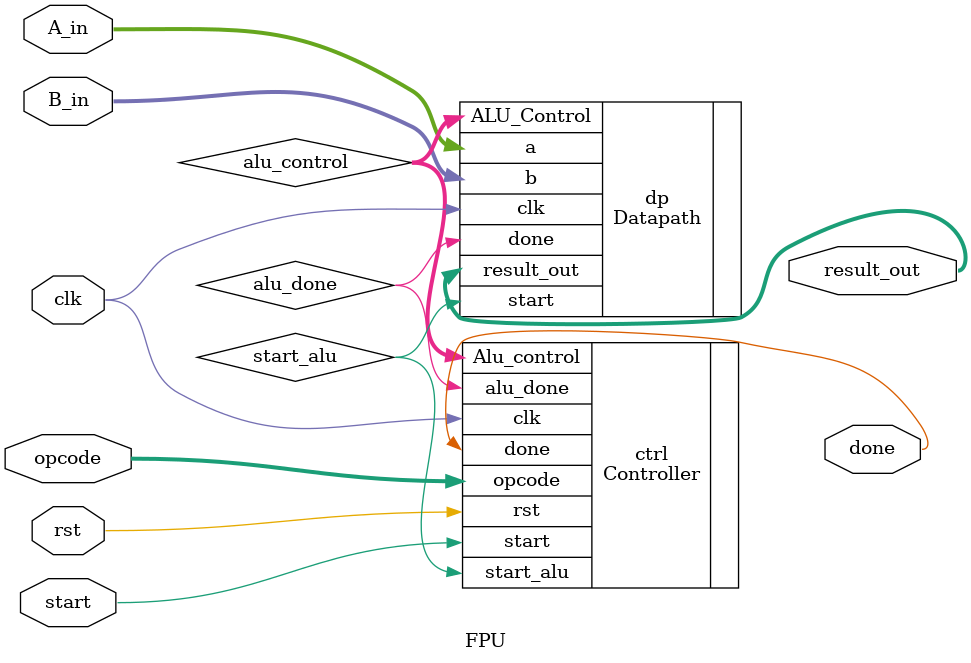
<source format=v>
module FPU (
    input clk,
    input rst,
    input start,
    input [3:0] opcode,
    input [31:0] A_in,
    input [31:0] B_in,
    output [31:0] result_out,
    output done
);

    wire start_alu, alu_done;
	 wire [1:0] alu_control;

    Datapath dp (
        .clk(clk),
        .start(start_alu),
        .ALU_Control(alu_control),
        .a(A_in),
        .b(B_in),
        .result_out(result_out),
        .done(alu_done)
    );

    Controller ctrl (
        .clk(clk),
        .rst(rst),
        .start(start),
		  .opcode(opcode),
        .alu_done(alu_done),
		  .Alu_control(alu_control),
        .start_alu(start_alu),
        .done(done)
    );

endmodule

</source>
